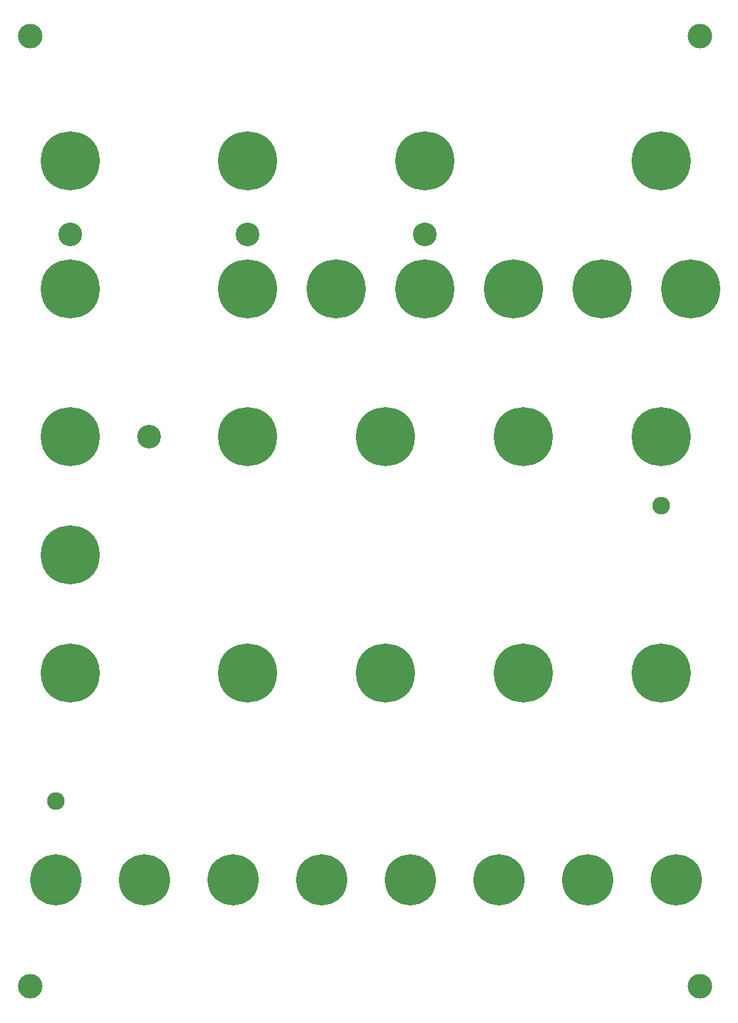
<source format=gbs>
G04 DipTrace 3.3.0.0*
G04 orgone_3_PCBPANEL.GBS*
%MOIN*%
G04 #@! TF.FileFunction,Soldermask,Bot*
G04 #@! TF.Part,Single*
%ADD21C,0.12*%
%ADD27C,0.3*%
%ADD28C,0.26*%
%ADD29C,0.09*%
%ADD30C,0.125*%
%FSLAX26Y26*%
G04*
G70*
G90*
G75*
G01*
G04 BotMask*
%LPD*%
D27*
X894016Y4702507D3*
X1794016D3*
X2694016D3*
X3894016D3*
X1794016Y3302507D3*
X2494016D3*
X3194016D3*
X3894016D3*
X1794016Y2102507D3*
X2494016D3*
X3194016D3*
X3894016D3*
X894016Y3302507D3*
Y2102507D3*
Y4052507D3*
Y2702507D3*
X1794016Y4052507D3*
X2694016D3*
X4044016D3*
X3594016D3*
X3144016D3*
X2244016D3*
D28*
X819016Y1052507D3*
X1719016D3*
X1269016D3*
X2169016D3*
X2619016D3*
X3519016D3*
X3069016D3*
X3969016D3*
D21*
X894016Y4327507D3*
X1794016D3*
X2694016D3*
X1294016Y3302507D3*
D29*
X3894016Y2952507D3*
X819016Y1452507D3*
D30*
X689016Y5334507D3*
X689291Y511562D3*
X4089291D3*
Y5334396D3*
M02*

</source>
